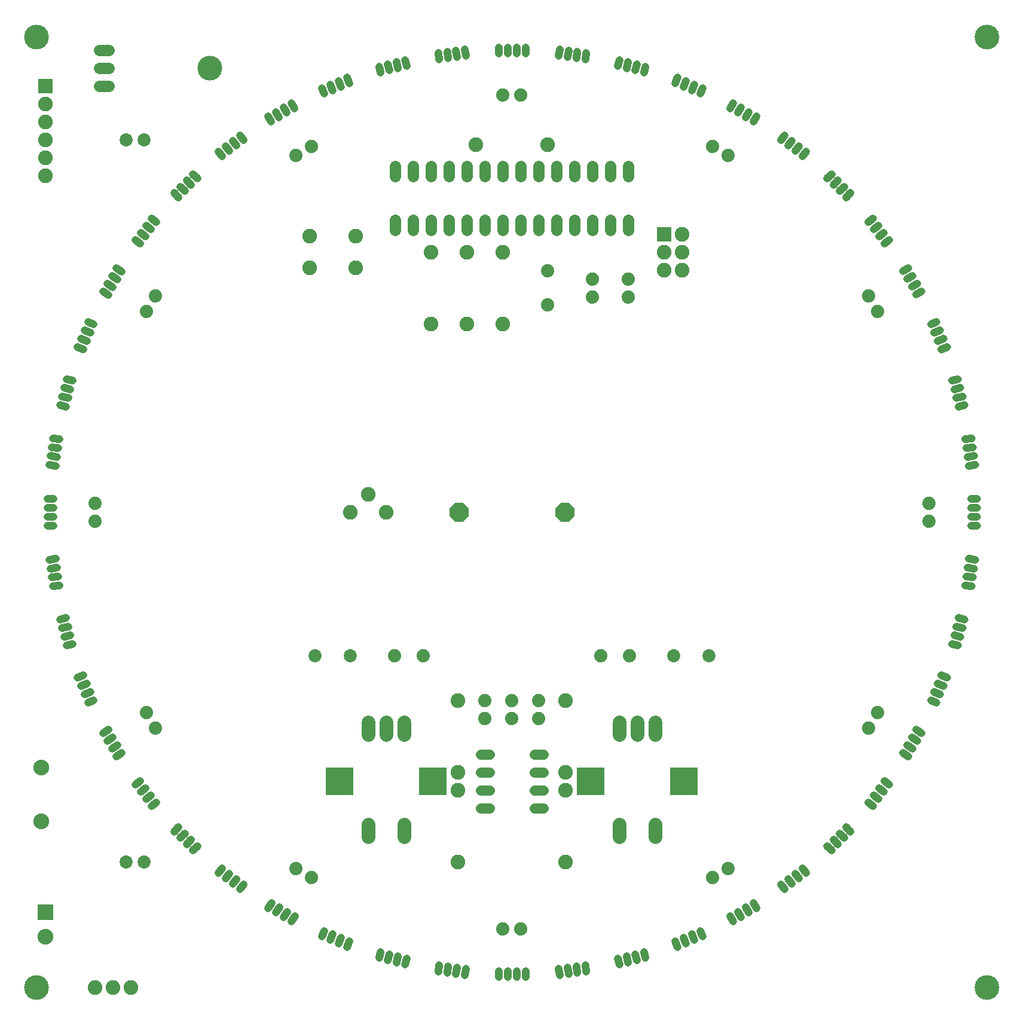
<source format=gts>
G75*
%MOIN*%
%OFA0B0*%
%FSLAX24Y24*%
%IPPOS*%
%LPD*%
%AMOC8*
5,1,8,0,0,1.08239X$1,22.5*
%
%ADD10C,0.0430*%
%ADD11C,0.1380*%
%ADD12R,0.0820X0.0820*%
%ADD13C,0.0820*%
%ADD14C,0.0640*%
%ADD15C,0.0730*%
%ADD16C,0.0880*%
%ADD17R,0.0880X0.0880*%
%ADD18C,0.0740*%
%ADD19C,0.0780*%
%ADD20R,0.1580X0.1580*%
%ADD21C,0.0580*%
%ADD22OC8,0.1080*%
D10*
X009323Y009568D02*
X009570Y009816D01*
X009217Y010169D02*
X008969Y009922D01*
X009676Y009214D02*
X009924Y009462D01*
X010277Y009108D02*
X010030Y008861D01*
X011452Y007613D02*
X011665Y007890D01*
X012062Y007586D02*
X011848Y007308D01*
X012245Y007004D02*
X012458Y007282D01*
X012855Y006977D02*
X012642Y006700D01*
X014226Y005648D02*
X014401Y005952D01*
X014834Y005702D02*
X014659Y005398D01*
X015092Y005148D02*
X015267Y005452D01*
X015700Y005202D02*
X015525Y004898D01*
X017223Y004060D02*
X017357Y004384D01*
X017819Y004192D02*
X017685Y003869D01*
X018147Y003678D02*
X018281Y004001D01*
X018743Y003810D02*
X018609Y003486D01*
X020404Y002880D02*
X020494Y003218D01*
X020977Y003089D02*
X020887Y002751D01*
X021370Y002621D02*
X021460Y002959D01*
X021943Y002830D02*
X021852Y002492D01*
X023707Y002119D02*
X023753Y002466D01*
X024248Y002401D02*
X024203Y002054D01*
X024698Y001989D02*
X024744Y002336D01*
X025240Y002271D02*
X025194Y001924D01*
X027083Y001800D02*
X027083Y002150D01*
X027583Y002150D02*
X027583Y001800D01*
X028083Y001800D02*
X028083Y002150D01*
X028583Y002150D02*
X028583Y001800D01*
X030473Y001924D02*
X030427Y002271D01*
X030923Y002336D02*
X030968Y001989D01*
X031464Y002054D02*
X031418Y002401D01*
X031914Y002466D02*
X031960Y002119D01*
X033814Y002492D02*
X033724Y002830D01*
X034207Y002959D02*
X034297Y002621D01*
X034780Y002751D02*
X034690Y003089D01*
X035172Y003218D02*
X035263Y002880D01*
X037057Y003486D02*
X036923Y003810D01*
X037385Y004001D02*
X037519Y003678D01*
X037981Y003869D02*
X037847Y004192D01*
X038309Y004384D02*
X038443Y004060D01*
X040151Y004898D02*
X039976Y005202D01*
X040409Y005452D02*
X040584Y005148D01*
X041017Y005398D02*
X040842Y005702D01*
X041275Y005952D02*
X041450Y005648D01*
X043025Y006700D02*
X042812Y006977D01*
X043208Y007282D02*
X043422Y007004D01*
X043818Y007308D02*
X043605Y007586D01*
X044002Y007890D02*
X044215Y007613D01*
X045637Y008861D02*
X045389Y009108D01*
X045743Y009462D02*
X045990Y009214D01*
X046344Y009568D02*
X046096Y009816D01*
X046450Y010169D02*
X046697Y009922D01*
X047946Y011343D02*
X047668Y011557D01*
X047972Y011953D02*
X048250Y011740D01*
X048554Y012137D02*
X048277Y012350D01*
X048581Y012747D02*
X048859Y012533D01*
X049910Y014118D02*
X049607Y014293D01*
X049857Y014726D02*
X050160Y014551D01*
X050410Y014984D02*
X050107Y015159D01*
X050357Y015592D02*
X050660Y015417D01*
X051498Y017115D02*
X051175Y017249D01*
X051366Y017711D02*
X051689Y017577D01*
X051881Y018039D02*
X051557Y018173D01*
X051749Y018635D02*
X052072Y018501D01*
X052678Y020295D02*
X052340Y020386D01*
X052470Y020869D02*
X052808Y020778D01*
X052937Y021261D02*
X052599Y021352D01*
X052728Y021835D02*
X053066Y021744D01*
X053439Y023599D02*
X053092Y023644D01*
X053157Y024140D02*
X053504Y024094D01*
X053569Y024590D02*
X053222Y024636D01*
X053288Y025131D02*
X053635Y025086D01*
X053758Y026975D02*
X053408Y026975D01*
X053408Y027475D02*
X053758Y027475D01*
X053758Y027975D02*
X053408Y027975D01*
X053408Y028475D02*
X053758Y028475D01*
X053635Y030364D02*
X053288Y030319D01*
X053222Y030814D02*
X053569Y030860D01*
X053504Y031356D02*
X053157Y031310D01*
X053092Y031806D02*
X053439Y031851D01*
X053066Y033706D02*
X052728Y033615D01*
X052599Y034098D02*
X052937Y034189D01*
X052808Y034672D02*
X052470Y034581D01*
X052340Y035064D02*
X052678Y035155D01*
X052072Y036949D02*
X051749Y036815D01*
X051557Y037277D02*
X051881Y037411D01*
X051689Y037873D02*
X051366Y037739D01*
X051175Y038201D02*
X051498Y038335D01*
X050660Y040043D02*
X050357Y039868D01*
X050107Y040301D02*
X050410Y040476D01*
X050160Y040909D02*
X049857Y040734D01*
X049607Y041167D02*
X049910Y041342D01*
X048859Y042917D02*
X048581Y042703D01*
X048277Y043100D02*
X048554Y043313D01*
X048250Y043710D02*
X047972Y043497D01*
X047668Y043893D02*
X047946Y044107D01*
X046697Y045528D02*
X046450Y045281D01*
X046096Y045634D02*
X046344Y045882D01*
X045990Y046236D02*
X045743Y045988D01*
X045389Y046342D02*
X045637Y046589D01*
X044215Y047837D02*
X044002Y047560D01*
X043605Y047864D02*
X043818Y048142D01*
X043422Y048446D02*
X043208Y048168D01*
X042812Y048473D02*
X043025Y048750D01*
X041450Y049802D02*
X041275Y049498D01*
X040842Y049748D02*
X041017Y050052D01*
X040584Y050302D02*
X040409Y049998D01*
X039976Y050248D02*
X040151Y050552D01*
X038443Y051390D02*
X038309Y051066D01*
X037847Y051258D02*
X037981Y051581D01*
X037519Y051772D02*
X037385Y051449D01*
X036923Y051640D02*
X037057Y051964D01*
X035263Y052570D02*
X035172Y052232D01*
X034690Y052361D02*
X034780Y052699D01*
X034297Y052829D02*
X034207Y052491D01*
X033724Y052620D02*
X033814Y052958D01*
X031960Y053331D02*
X031914Y052984D01*
X031418Y053049D02*
X031464Y053396D01*
X030968Y053461D02*
X030923Y053114D01*
X030427Y053179D02*
X030473Y053526D01*
X028583Y053650D02*
X028583Y053300D01*
X028083Y053300D02*
X028083Y053650D01*
X027583Y053650D02*
X027583Y053300D01*
X027083Y053300D02*
X027083Y053650D01*
X025194Y053526D02*
X025240Y053179D01*
X024744Y053114D02*
X024698Y053461D01*
X024203Y053396D02*
X024248Y053049D01*
X023753Y052984D02*
X023707Y053331D01*
X021852Y052958D02*
X021943Y052620D01*
X021460Y052491D02*
X021370Y052829D01*
X020887Y052699D02*
X020977Y052361D01*
X020494Y052232D02*
X020404Y052570D01*
X018609Y051964D02*
X018743Y051640D01*
X018281Y051449D02*
X018147Y051772D01*
X017685Y051581D02*
X017819Y051258D01*
X017357Y051066D02*
X017223Y051390D01*
X015515Y050552D02*
X015690Y050248D01*
X015257Y049998D02*
X015082Y050302D01*
X014649Y050052D02*
X014824Y049748D01*
X014391Y049498D02*
X014216Y049802D01*
X012642Y048750D02*
X012855Y048473D01*
X012458Y048168D02*
X012245Y048446D01*
X011848Y048142D02*
X012062Y047864D01*
X011665Y047560D02*
X011452Y047837D01*
X010030Y046589D02*
X010277Y046342D01*
X009924Y045988D02*
X009676Y046236D01*
X009323Y045882D02*
X009570Y045634D01*
X009217Y045281D02*
X008969Y045528D01*
X007721Y044107D02*
X007999Y043893D01*
X007694Y043497D02*
X007417Y043710D01*
X007112Y043313D02*
X007390Y043100D01*
X007086Y042703D02*
X006808Y042917D01*
X005757Y041332D02*
X006060Y041157D01*
X005810Y040724D02*
X005507Y040899D01*
X005257Y040466D02*
X005560Y040291D01*
X005310Y039858D02*
X005007Y040033D01*
X004169Y038335D02*
X004492Y038201D01*
X004301Y037739D02*
X003977Y037873D01*
X003786Y037411D02*
X004109Y037277D01*
X003918Y036815D02*
X003595Y036949D01*
X002988Y035155D02*
X003326Y035064D01*
X003197Y034581D02*
X002859Y034672D01*
X002730Y034189D02*
X003068Y034098D01*
X002938Y033615D02*
X002600Y033706D01*
X002228Y031851D02*
X002575Y031806D01*
X002509Y031310D02*
X002162Y031356D01*
X002097Y030860D02*
X002444Y030814D01*
X002379Y030319D02*
X002032Y030364D01*
X001908Y028475D02*
X002258Y028475D01*
X002258Y027975D02*
X001908Y027975D01*
X001908Y027475D02*
X002258Y027475D01*
X002258Y026975D02*
X001908Y026975D01*
X002032Y025086D02*
X002379Y025131D01*
X002444Y024636D02*
X002097Y024590D01*
X002162Y024094D02*
X002509Y024140D01*
X002575Y023644D02*
X002228Y023599D01*
X002600Y021744D02*
X002938Y021835D01*
X003068Y021352D02*
X002730Y021261D01*
X002859Y020778D02*
X003197Y020869D01*
X003326Y020386D02*
X002988Y020295D01*
X003595Y018501D02*
X003918Y018635D01*
X004109Y018173D02*
X003786Y018039D01*
X003977Y017577D02*
X004301Y017711D01*
X004492Y017249D02*
X004169Y017115D01*
X005007Y015417D02*
X005310Y015592D01*
X005560Y015159D02*
X005257Y014984D01*
X005507Y014551D02*
X005810Y014726D01*
X006060Y014293D02*
X005757Y014118D01*
X006808Y012533D02*
X007086Y012747D01*
X007390Y012350D02*
X007112Y012137D01*
X007417Y011740D02*
X007694Y011953D01*
X007999Y011557D02*
X007721Y011343D01*
D11*
X001333Y001225D03*
X010983Y052475D03*
X001333Y054225D03*
X054333Y054225D03*
X054333Y001225D03*
D12*
X036333Y043225D03*
X001833Y051475D03*
D13*
X001833Y050475D03*
X001833Y049475D03*
X001833Y048475D03*
X001833Y047475D03*
X001833Y046475D03*
X016553Y043115D03*
X016553Y041335D03*
X019113Y041335D03*
X019113Y043115D03*
X023333Y042225D03*
X025333Y042225D03*
X027333Y042225D03*
X027333Y038225D03*
X025333Y038225D03*
X023333Y038225D03*
X019833Y028725D03*
X018833Y027725D03*
X020833Y027725D03*
X024833Y017225D03*
X024833Y013225D03*
X024833Y012225D03*
X024833Y008225D03*
X030833Y008225D03*
X030833Y012225D03*
X030833Y013225D03*
X030833Y017225D03*
X036333Y041225D03*
X036333Y042225D03*
X037333Y042225D03*
X037333Y043225D03*
X037333Y041225D03*
X029833Y048225D03*
X025833Y048225D03*
X006583Y001225D03*
X005583Y001225D03*
X004583Y001225D03*
D14*
X021333Y043445D02*
X021333Y044005D01*
X022333Y044005D02*
X022333Y043445D01*
X023333Y043445D02*
X023333Y044005D01*
X024333Y044005D02*
X024333Y043445D01*
X025333Y043445D02*
X025333Y044005D01*
X026333Y044005D02*
X026333Y043445D01*
X027333Y043445D02*
X027333Y044005D01*
X028333Y044005D02*
X028333Y043445D01*
X029333Y043445D02*
X029333Y044005D01*
X030333Y044005D02*
X030333Y043445D01*
X031333Y043445D02*
X031333Y044005D01*
X032333Y044005D02*
X032333Y043445D01*
X033333Y043445D02*
X033333Y044005D01*
X034333Y044005D02*
X034333Y043445D01*
X034333Y046445D02*
X034333Y047005D01*
X033333Y047005D02*
X033333Y046445D01*
X032333Y046445D02*
X032333Y047005D01*
X031333Y047005D02*
X031333Y046445D01*
X030333Y046445D02*
X030333Y047005D01*
X029333Y047005D02*
X029333Y046445D01*
X028333Y046445D02*
X028333Y047005D01*
X027333Y047005D02*
X027333Y046445D01*
X026333Y046445D02*
X026333Y047005D01*
X025333Y047005D02*
X025333Y046445D01*
X024333Y046445D02*
X024333Y047005D01*
X023333Y047005D02*
X023333Y046445D01*
X022333Y046445D02*
X022333Y047005D01*
X021333Y047005D02*
X021333Y046445D01*
X005363Y051475D02*
X004803Y051475D01*
X004803Y052475D02*
X005363Y052475D01*
X005363Y053475D02*
X004803Y053475D01*
D15*
X006333Y048475D03*
X007333Y048475D03*
X016848Y019725D03*
X018818Y019725D03*
X007333Y008225D03*
X006333Y008225D03*
X036848Y019725D03*
X038818Y019725D03*
D16*
X001833Y004036D03*
X001583Y010475D03*
X001583Y013475D03*
D17*
X001833Y005414D03*
D18*
X007943Y015672D03*
X007443Y016538D03*
X015780Y007835D03*
X016646Y007335D03*
X026333Y016225D03*
X026333Y017225D03*
X027833Y017225D03*
X027833Y016225D03*
X029333Y016225D03*
X029333Y017225D03*
X032796Y019725D03*
X034371Y019725D03*
X022871Y019725D03*
X021296Y019725D03*
X027333Y004475D03*
X028333Y004475D03*
X039030Y007335D03*
X039896Y007835D03*
X047723Y015672D03*
X048223Y016538D03*
X051083Y027225D03*
X051083Y028225D03*
X048223Y038922D03*
X047723Y039788D03*
X039896Y047615D03*
X039030Y048115D03*
X034333Y040725D03*
X034333Y039725D03*
X032333Y039725D03*
X032333Y040725D03*
X029833Y041175D03*
X029833Y039275D03*
X028333Y050975D03*
X027333Y050975D03*
X016636Y048115D03*
X015770Y047615D03*
X007943Y039778D03*
X007443Y038912D03*
X004583Y028225D03*
X004583Y027225D03*
D19*
X019833Y016025D02*
X019833Y015325D01*
X020833Y015325D02*
X020833Y016025D01*
X021833Y016025D02*
X021833Y015325D01*
X021833Y010325D02*
X021833Y009625D01*
X019833Y009625D02*
X019833Y010325D01*
X033833Y010325D02*
X033833Y009625D01*
X035833Y009625D02*
X035833Y010325D01*
X035833Y015325D02*
X035833Y016025D01*
X034833Y016025D02*
X034833Y015325D01*
X033833Y015325D02*
X033833Y016025D01*
D20*
X032233Y012725D03*
X037433Y012725D03*
X023433Y012725D03*
X018233Y012725D03*
D21*
X026083Y012225D02*
X026583Y012225D01*
X026583Y013225D02*
X026083Y013225D01*
X026083Y014225D02*
X026583Y014225D01*
X029083Y014225D02*
X029583Y014225D01*
X029583Y013225D02*
X029083Y013225D01*
X029083Y012225D02*
X029583Y012225D01*
X029583Y011225D02*
X029083Y011225D01*
X026583Y011225D02*
X026083Y011225D01*
D22*
X024883Y027725D03*
X030783Y027725D03*
M02*

</source>
